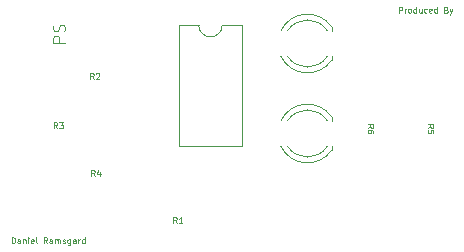
<source format=gbr>
%TF.GenerationSoftware,KiCad,Pcbnew,7.0.6-0*%
%TF.CreationDate,2023-08-03T16:52:38-04:00*%
%TF.ProjectId,Temp_Alarm,54656d70-5f41-46c6-9172-6d2e6b696361,rev?*%
%TF.SameCoordinates,Original*%
%TF.FileFunction,Legend,Top*%
%TF.FilePolarity,Positive*%
%FSLAX46Y46*%
G04 Gerber Fmt 4.6, Leading zero omitted, Abs format (unit mm)*
G04 Created by KiCad (PCBNEW 7.0.6-0) date 2023-08-03 16:52:38*
%MOMM*%
%LPD*%
G01*
G04 APERTURE LIST*
%ADD10C,0.125000*%
%ADD11C,0.100000*%
%ADD12C,0.120000*%
G04 APERTURE END LIST*
D10*
X142701283Y-113432309D02*
X142701283Y-112932309D01*
X142701283Y-112932309D02*
X142820331Y-112932309D01*
X142820331Y-112932309D02*
X142891759Y-112956119D01*
X142891759Y-112956119D02*
X142939378Y-113003738D01*
X142939378Y-113003738D02*
X142963188Y-113051357D01*
X142963188Y-113051357D02*
X142986997Y-113146595D01*
X142986997Y-113146595D02*
X142986997Y-113218023D01*
X142986997Y-113218023D02*
X142963188Y-113313261D01*
X142963188Y-113313261D02*
X142939378Y-113360880D01*
X142939378Y-113360880D02*
X142891759Y-113408500D01*
X142891759Y-113408500D02*
X142820331Y-113432309D01*
X142820331Y-113432309D02*
X142701283Y-113432309D01*
X143415569Y-113432309D02*
X143415569Y-113170404D01*
X143415569Y-113170404D02*
X143391759Y-113122785D01*
X143391759Y-113122785D02*
X143344140Y-113098976D01*
X143344140Y-113098976D02*
X143248902Y-113098976D01*
X143248902Y-113098976D02*
X143201283Y-113122785D01*
X143415569Y-113408500D02*
X143367950Y-113432309D01*
X143367950Y-113432309D02*
X143248902Y-113432309D01*
X143248902Y-113432309D02*
X143201283Y-113408500D01*
X143201283Y-113408500D02*
X143177474Y-113360880D01*
X143177474Y-113360880D02*
X143177474Y-113313261D01*
X143177474Y-113313261D02*
X143201283Y-113265642D01*
X143201283Y-113265642D02*
X143248902Y-113241833D01*
X143248902Y-113241833D02*
X143367950Y-113241833D01*
X143367950Y-113241833D02*
X143415569Y-113218023D01*
X143653664Y-113098976D02*
X143653664Y-113432309D01*
X143653664Y-113146595D02*
X143677474Y-113122785D01*
X143677474Y-113122785D02*
X143725093Y-113098976D01*
X143725093Y-113098976D02*
X143796521Y-113098976D01*
X143796521Y-113098976D02*
X143844140Y-113122785D01*
X143844140Y-113122785D02*
X143867950Y-113170404D01*
X143867950Y-113170404D02*
X143867950Y-113432309D01*
X144106045Y-113432309D02*
X144106045Y-113098976D01*
X144106045Y-112932309D02*
X144082236Y-112956119D01*
X144082236Y-112956119D02*
X144106045Y-112979928D01*
X144106045Y-112979928D02*
X144129855Y-112956119D01*
X144129855Y-112956119D02*
X144106045Y-112932309D01*
X144106045Y-112932309D02*
X144106045Y-112979928D01*
X144534616Y-113408500D02*
X144486997Y-113432309D01*
X144486997Y-113432309D02*
X144391759Y-113432309D01*
X144391759Y-113432309D02*
X144344140Y-113408500D01*
X144344140Y-113408500D02*
X144320331Y-113360880D01*
X144320331Y-113360880D02*
X144320331Y-113170404D01*
X144320331Y-113170404D02*
X144344140Y-113122785D01*
X144344140Y-113122785D02*
X144391759Y-113098976D01*
X144391759Y-113098976D02*
X144486997Y-113098976D01*
X144486997Y-113098976D02*
X144534616Y-113122785D01*
X144534616Y-113122785D02*
X144558426Y-113170404D01*
X144558426Y-113170404D02*
X144558426Y-113218023D01*
X144558426Y-113218023D02*
X144320331Y-113265642D01*
X144844140Y-113432309D02*
X144796521Y-113408500D01*
X144796521Y-113408500D02*
X144772711Y-113360880D01*
X144772711Y-113360880D02*
X144772711Y-112932309D01*
X145701282Y-113432309D02*
X145534616Y-113194214D01*
X145415568Y-113432309D02*
X145415568Y-112932309D01*
X145415568Y-112932309D02*
X145606044Y-112932309D01*
X145606044Y-112932309D02*
X145653663Y-112956119D01*
X145653663Y-112956119D02*
X145677473Y-112979928D01*
X145677473Y-112979928D02*
X145701282Y-113027547D01*
X145701282Y-113027547D02*
X145701282Y-113098976D01*
X145701282Y-113098976D02*
X145677473Y-113146595D01*
X145677473Y-113146595D02*
X145653663Y-113170404D01*
X145653663Y-113170404D02*
X145606044Y-113194214D01*
X145606044Y-113194214D02*
X145415568Y-113194214D01*
X146129854Y-113432309D02*
X146129854Y-113170404D01*
X146129854Y-113170404D02*
X146106044Y-113122785D01*
X146106044Y-113122785D02*
X146058425Y-113098976D01*
X146058425Y-113098976D02*
X145963187Y-113098976D01*
X145963187Y-113098976D02*
X145915568Y-113122785D01*
X146129854Y-113408500D02*
X146082235Y-113432309D01*
X146082235Y-113432309D02*
X145963187Y-113432309D01*
X145963187Y-113432309D02*
X145915568Y-113408500D01*
X145915568Y-113408500D02*
X145891759Y-113360880D01*
X145891759Y-113360880D02*
X145891759Y-113313261D01*
X145891759Y-113313261D02*
X145915568Y-113265642D01*
X145915568Y-113265642D02*
X145963187Y-113241833D01*
X145963187Y-113241833D02*
X146082235Y-113241833D01*
X146082235Y-113241833D02*
X146129854Y-113218023D01*
X146367949Y-113432309D02*
X146367949Y-113098976D01*
X146367949Y-113146595D02*
X146391759Y-113122785D01*
X146391759Y-113122785D02*
X146439378Y-113098976D01*
X146439378Y-113098976D02*
X146510806Y-113098976D01*
X146510806Y-113098976D02*
X146558425Y-113122785D01*
X146558425Y-113122785D02*
X146582235Y-113170404D01*
X146582235Y-113170404D02*
X146582235Y-113432309D01*
X146582235Y-113170404D02*
X146606044Y-113122785D01*
X146606044Y-113122785D02*
X146653663Y-113098976D01*
X146653663Y-113098976D02*
X146725092Y-113098976D01*
X146725092Y-113098976D02*
X146772711Y-113122785D01*
X146772711Y-113122785D02*
X146796521Y-113170404D01*
X146796521Y-113170404D02*
X146796521Y-113432309D01*
X147010807Y-113408500D02*
X147058426Y-113432309D01*
X147058426Y-113432309D02*
X147153664Y-113432309D01*
X147153664Y-113432309D02*
X147201283Y-113408500D01*
X147201283Y-113408500D02*
X147225092Y-113360880D01*
X147225092Y-113360880D02*
X147225092Y-113337071D01*
X147225092Y-113337071D02*
X147201283Y-113289452D01*
X147201283Y-113289452D02*
X147153664Y-113265642D01*
X147153664Y-113265642D02*
X147082235Y-113265642D01*
X147082235Y-113265642D02*
X147034616Y-113241833D01*
X147034616Y-113241833D02*
X147010807Y-113194214D01*
X147010807Y-113194214D02*
X147010807Y-113170404D01*
X147010807Y-113170404D02*
X147034616Y-113122785D01*
X147034616Y-113122785D02*
X147082235Y-113098976D01*
X147082235Y-113098976D02*
X147153664Y-113098976D01*
X147153664Y-113098976D02*
X147201283Y-113122785D01*
X147653664Y-113098976D02*
X147653664Y-113503738D01*
X147653664Y-113503738D02*
X147629854Y-113551357D01*
X147629854Y-113551357D02*
X147606045Y-113575166D01*
X147606045Y-113575166D02*
X147558426Y-113598976D01*
X147558426Y-113598976D02*
X147486997Y-113598976D01*
X147486997Y-113598976D02*
X147439378Y-113575166D01*
X147653664Y-113408500D02*
X147606045Y-113432309D01*
X147606045Y-113432309D02*
X147510807Y-113432309D01*
X147510807Y-113432309D02*
X147463188Y-113408500D01*
X147463188Y-113408500D02*
X147439378Y-113384690D01*
X147439378Y-113384690D02*
X147415569Y-113337071D01*
X147415569Y-113337071D02*
X147415569Y-113194214D01*
X147415569Y-113194214D02*
X147439378Y-113146595D01*
X147439378Y-113146595D02*
X147463188Y-113122785D01*
X147463188Y-113122785D02*
X147510807Y-113098976D01*
X147510807Y-113098976D02*
X147606045Y-113098976D01*
X147606045Y-113098976D02*
X147653664Y-113122785D01*
X148106045Y-113432309D02*
X148106045Y-113170404D01*
X148106045Y-113170404D02*
X148082235Y-113122785D01*
X148082235Y-113122785D02*
X148034616Y-113098976D01*
X148034616Y-113098976D02*
X147939378Y-113098976D01*
X147939378Y-113098976D02*
X147891759Y-113122785D01*
X148106045Y-113408500D02*
X148058426Y-113432309D01*
X148058426Y-113432309D02*
X147939378Y-113432309D01*
X147939378Y-113432309D02*
X147891759Y-113408500D01*
X147891759Y-113408500D02*
X147867950Y-113360880D01*
X147867950Y-113360880D02*
X147867950Y-113313261D01*
X147867950Y-113313261D02*
X147891759Y-113265642D01*
X147891759Y-113265642D02*
X147939378Y-113241833D01*
X147939378Y-113241833D02*
X148058426Y-113241833D01*
X148058426Y-113241833D02*
X148106045Y-113218023D01*
X148344140Y-113432309D02*
X148344140Y-113098976D01*
X148344140Y-113194214D02*
X148367950Y-113146595D01*
X148367950Y-113146595D02*
X148391759Y-113122785D01*
X148391759Y-113122785D02*
X148439378Y-113098976D01*
X148439378Y-113098976D02*
X148486997Y-113098976D01*
X148867950Y-113432309D02*
X148867950Y-112932309D01*
X148867950Y-113408500D02*
X148820331Y-113432309D01*
X148820331Y-113432309D02*
X148725093Y-113432309D01*
X148725093Y-113432309D02*
X148677474Y-113408500D01*
X148677474Y-113408500D02*
X148653664Y-113384690D01*
X148653664Y-113384690D02*
X148629855Y-113337071D01*
X148629855Y-113337071D02*
X148629855Y-113194214D01*
X148629855Y-113194214D02*
X148653664Y-113146595D01*
X148653664Y-113146595D02*
X148677474Y-113122785D01*
X148677474Y-113122785D02*
X148725093Y-113098976D01*
X148725093Y-113098976D02*
X148820331Y-113098976D01*
X148820331Y-113098976D02*
X148867950Y-113122785D01*
X175461283Y-93912309D02*
X175461283Y-93412309D01*
X175461283Y-93412309D02*
X175651759Y-93412309D01*
X175651759Y-93412309D02*
X175699378Y-93436119D01*
X175699378Y-93436119D02*
X175723188Y-93459928D01*
X175723188Y-93459928D02*
X175746997Y-93507547D01*
X175746997Y-93507547D02*
X175746997Y-93578976D01*
X175746997Y-93578976D02*
X175723188Y-93626595D01*
X175723188Y-93626595D02*
X175699378Y-93650404D01*
X175699378Y-93650404D02*
X175651759Y-93674214D01*
X175651759Y-93674214D02*
X175461283Y-93674214D01*
X175961283Y-93912309D02*
X175961283Y-93578976D01*
X175961283Y-93674214D02*
X175985093Y-93626595D01*
X175985093Y-93626595D02*
X176008902Y-93602785D01*
X176008902Y-93602785D02*
X176056521Y-93578976D01*
X176056521Y-93578976D02*
X176104140Y-93578976D01*
X176342236Y-93912309D02*
X176294617Y-93888500D01*
X176294617Y-93888500D02*
X176270807Y-93864690D01*
X176270807Y-93864690D02*
X176246998Y-93817071D01*
X176246998Y-93817071D02*
X176246998Y-93674214D01*
X176246998Y-93674214D02*
X176270807Y-93626595D01*
X176270807Y-93626595D02*
X176294617Y-93602785D01*
X176294617Y-93602785D02*
X176342236Y-93578976D01*
X176342236Y-93578976D02*
X176413664Y-93578976D01*
X176413664Y-93578976D02*
X176461283Y-93602785D01*
X176461283Y-93602785D02*
X176485093Y-93626595D01*
X176485093Y-93626595D02*
X176508902Y-93674214D01*
X176508902Y-93674214D02*
X176508902Y-93817071D01*
X176508902Y-93817071D02*
X176485093Y-93864690D01*
X176485093Y-93864690D02*
X176461283Y-93888500D01*
X176461283Y-93888500D02*
X176413664Y-93912309D01*
X176413664Y-93912309D02*
X176342236Y-93912309D01*
X176937474Y-93912309D02*
X176937474Y-93412309D01*
X176937474Y-93888500D02*
X176889855Y-93912309D01*
X176889855Y-93912309D02*
X176794617Y-93912309D01*
X176794617Y-93912309D02*
X176746998Y-93888500D01*
X176746998Y-93888500D02*
X176723188Y-93864690D01*
X176723188Y-93864690D02*
X176699379Y-93817071D01*
X176699379Y-93817071D02*
X176699379Y-93674214D01*
X176699379Y-93674214D02*
X176723188Y-93626595D01*
X176723188Y-93626595D02*
X176746998Y-93602785D01*
X176746998Y-93602785D02*
X176794617Y-93578976D01*
X176794617Y-93578976D02*
X176889855Y-93578976D01*
X176889855Y-93578976D02*
X176937474Y-93602785D01*
X177389855Y-93578976D02*
X177389855Y-93912309D01*
X177175569Y-93578976D02*
X177175569Y-93840880D01*
X177175569Y-93840880D02*
X177199379Y-93888500D01*
X177199379Y-93888500D02*
X177246998Y-93912309D01*
X177246998Y-93912309D02*
X177318426Y-93912309D01*
X177318426Y-93912309D02*
X177366045Y-93888500D01*
X177366045Y-93888500D02*
X177389855Y-93864690D01*
X177842236Y-93888500D02*
X177794617Y-93912309D01*
X177794617Y-93912309D02*
X177699379Y-93912309D01*
X177699379Y-93912309D02*
X177651760Y-93888500D01*
X177651760Y-93888500D02*
X177627950Y-93864690D01*
X177627950Y-93864690D02*
X177604141Y-93817071D01*
X177604141Y-93817071D02*
X177604141Y-93674214D01*
X177604141Y-93674214D02*
X177627950Y-93626595D01*
X177627950Y-93626595D02*
X177651760Y-93602785D01*
X177651760Y-93602785D02*
X177699379Y-93578976D01*
X177699379Y-93578976D02*
X177794617Y-93578976D01*
X177794617Y-93578976D02*
X177842236Y-93602785D01*
X178246997Y-93888500D02*
X178199378Y-93912309D01*
X178199378Y-93912309D02*
X178104140Y-93912309D01*
X178104140Y-93912309D02*
X178056521Y-93888500D01*
X178056521Y-93888500D02*
X178032712Y-93840880D01*
X178032712Y-93840880D02*
X178032712Y-93650404D01*
X178032712Y-93650404D02*
X178056521Y-93602785D01*
X178056521Y-93602785D02*
X178104140Y-93578976D01*
X178104140Y-93578976D02*
X178199378Y-93578976D01*
X178199378Y-93578976D02*
X178246997Y-93602785D01*
X178246997Y-93602785D02*
X178270807Y-93650404D01*
X178270807Y-93650404D02*
X178270807Y-93698023D01*
X178270807Y-93698023D02*
X178032712Y-93745642D01*
X178699378Y-93912309D02*
X178699378Y-93412309D01*
X178699378Y-93888500D02*
X178651759Y-93912309D01*
X178651759Y-93912309D02*
X178556521Y-93912309D01*
X178556521Y-93912309D02*
X178508902Y-93888500D01*
X178508902Y-93888500D02*
X178485092Y-93864690D01*
X178485092Y-93864690D02*
X178461283Y-93817071D01*
X178461283Y-93817071D02*
X178461283Y-93674214D01*
X178461283Y-93674214D02*
X178485092Y-93626595D01*
X178485092Y-93626595D02*
X178508902Y-93602785D01*
X178508902Y-93602785D02*
X178556521Y-93578976D01*
X178556521Y-93578976D02*
X178651759Y-93578976D01*
X178651759Y-93578976D02*
X178699378Y-93602785D01*
X179485092Y-93650404D02*
X179556520Y-93674214D01*
X179556520Y-93674214D02*
X179580330Y-93698023D01*
X179580330Y-93698023D02*
X179604139Y-93745642D01*
X179604139Y-93745642D02*
X179604139Y-93817071D01*
X179604139Y-93817071D02*
X179580330Y-93864690D01*
X179580330Y-93864690D02*
X179556520Y-93888500D01*
X179556520Y-93888500D02*
X179508901Y-93912309D01*
X179508901Y-93912309D02*
X179318425Y-93912309D01*
X179318425Y-93912309D02*
X179318425Y-93412309D01*
X179318425Y-93412309D02*
X179485092Y-93412309D01*
X179485092Y-93412309D02*
X179532711Y-93436119D01*
X179532711Y-93436119D02*
X179556520Y-93459928D01*
X179556520Y-93459928D02*
X179580330Y-93507547D01*
X179580330Y-93507547D02*
X179580330Y-93555166D01*
X179580330Y-93555166D02*
X179556520Y-93602785D01*
X179556520Y-93602785D02*
X179532711Y-93626595D01*
X179532711Y-93626595D02*
X179485092Y-93650404D01*
X179485092Y-93650404D02*
X179318425Y-93650404D01*
X179770806Y-93578976D02*
X179889854Y-93912309D01*
X180008901Y-93578976D02*
X179889854Y-93912309D01*
X179889854Y-93912309D02*
X179842235Y-94031357D01*
X179842235Y-94031357D02*
X179818425Y-94055166D01*
X179818425Y-94055166D02*
X179770806Y-94078976D01*
D11*
X149716666Y-107726109D02*
X149550000Y-107488014D01*
X149430952Y-107726109D02*
X149430952Y-107226109D01*
X149430952Y-107226109D02*
X149621428Y-107226109D01*
X149621428Y-107226109D02*
X149669047Y-107249919D01*
X149669047Y-107249919D02*
X149692857Y-107273728D01*
X149692857Y-107273728D02*
X149716666Y-107321347D01*
X149716666Y-107321347D02*
X149716666Y-107392776D01*
X149716666Y-107392776D02*
X149692857Y-107440395D01*
X149692857Y-107440395D02*
X149669047Y-107464204D01*
X149669047Y-107464204D02*
X149621428Y-107488014D01*
X149621428Y-107488014D02*
X149430952Y-107488014D01*
X150145238Y-107392776D02*
X150145238Y-107726109D01*
X150026190Y-107202300D02*
X149907143Y-107559442D01*
X149907143Y-107559442D02*
X150216666Y-107559442D01*
X147192419Y-96436115D02*
X146192419Y-96436115D01*
X146192419Y-96436115D02*
X146192419Y-96055163D01*
X146192419Y-96055163D02*
X146240038Y-95959925D01*
X146240038Y-95959925D02*
X146287657Y-95912306D01*
X146287657Y-95912306D02*
X146382895Y-95864687D01*
X146382895Y-95864687D02*
X146525752Y-95864687D01*
X146525752Y-95864687D02*
X146620990Y-95912306D01*
X146620990Y-95912306D02*
X146668609Y-95959925D01*
X146668609Y-95959925D02*
X146716228Y-96055163D01*
X146716228Y-96055163D02*
X146716228Y-96436115D01*
X147144800Y-95483734D02*
X147192419Y-95340877D01*
X147192419Y-95340877D02*
X147192419Y-95102782D01*
X147192419Y-95102782D02*
X147144800Y-95007544D01*
X147144800Y-95007544D02*
X147097180Y-94959925D01*
X147097180Y-94959925D02*
X147001942Y-94912306D01*
X147001942Y-94912306D02*
X146906704Y-94912306D01*
X146906704Y-94912306D02*
X146811466Y-94959925D01*
X146811466Y-94959925D02*
X146763847Y-95007544D01*
X146763847Y-95007544D02*
X146716228Y-95102782D01*
X146716228Y-95102782D02*
X146668609Y-95293258D01*
X146668609Y-95293258D02*
X146620990Y-95388496D01*
X146620990Y-95388496D02*
X146573371Y-95436115D01*
X146573371Y-95436115D02*
X146478133Y-95483734D01*
X146478133Y-95483734D02*
X146382895Y-95483734D01*
X146382895Y-95483734D02*
X146287657Y-95436115D01*
X146287657Y-95436115D02*
X146240038Y-95388496D01*
X146240038Y-95388496D02*
X146192419Y-95293258D01*
X146192419Y-95293258D02*
X146192419Y-95055163D01*
X146192419Y-95055163D02*
X146240038Y-94912306D01*
X172823890Y-103656666D02*
X173061985Y-103490000D01*
X172823890Y-103370952D02*
X173323890Y-103370952D01*
X173323890Y-103370952D02*
X173323890Y-103561428D01*
X173323890Y-103561428D02*
X173300080Y-103609047D01*
X173300080Y-103609047D02*
X173276271Y-103632857D01*
X173276271Y-103632857D02*
X173228652Y-103656666D01*
X173228652Y-103656666D02*
X173157223Y-103656666D01*
X173157223Y-103656666D02*
X173109604Y-103632857D01*
X173109604Y-103632857D02*
X173085795Y-103609047D01*
X173085795Y-103609047D02*
X173061985Y-103561428D01*
X173061985Y-103561428D02*
X173061985Y-103370952D01*
X173323890Y-104085238D02*
X173323890Y-103990000D01*
X173323890Y-103990000D02*
X173300080Y-103942381D01*
X173300080Y-103942381D02*
X173276271Y-103918571D01*
X173276271Y-103918571D02*
X173204842Y-103870952D01*
X173204842Y-103870952D02*
X173109604Y-103847143D01*
X173109604Y-103847143D02*
X172919128Y-103847143D01*
X172919128Y-103847143D02*
X172871509Y-103870952D01*
X172871509Y-103870952D02*
X172847700Y-103894762D01*
X172847700Y-103894762D02*
X172823890Y-103942381D01*
X172823890Y-103942381D02*
X172823890Y-104037619D01*
X172823890Y-104037619D02*
X172847700Y-104085238D01*
X172847700Y-104085238D02*
X172871509Y-104109047D01*
X172871509Y-104109047D02*
X172919128Y-104132857D01*
X172919128Y-104132857D02*
X173038176Y-104132857D01*
X173038176Y-104132857D02*
X173085795Y-104109047D01*
X173085795Y-104109047D02*
X173109604Y-104085238D01*
X173109604Y-104085238D02*
X173133414Y-104037619D01*
X173133414Y-104037619D02*
X173133414Y-103942381D01*
X173133414Y-103942381D02*
X173109604Y-103894762D01*
X173109604Y-103894762D02*
X173085795Y-103870952D01*
X173085795Y-103870952D02*
X173038176Y-103847143D01*
X177903890Y-103656666D02*
X178141985Y-103490000D01*
X177903890Y-103370952D02*
X178403890Y-103370952D01*
X178403890Y-103370952D02*
X178403890Y-103561428D01*
X178403890Y-103561428D02*
X178380080Y-103609047D01*
X178380080Y-103609047D02*
X178356271Y-103632857D01*
X178356271Y-103632857D02*
X178308652Y-103656666D01*
X178308652Y-103656666D02*
X178237223Y-103656666D01*
X178237223Y-103656666D02*
X178189604Y-103632857D01*
X178189604Y-103632857D02*
X178165795Y-103609047D01*
X178165795Y-103609047D02*
X178141985Y-103561428D01*
X178141985Y-103561428D02*
X178141985Y-103370952D01*
X178403890Y-104109047D02*
X178403890Y-103870952D01*
X178403890Y-103870952D02*
X178165795Y-103847143D01*
X178165795Y-103847143D02*
X178189604Y-103870952D01*
X178189604Y-103870952D02*
X178213414Y-103918571D01*
X178213414Y-103918571D02*
X178213414Y-104037619D01*
X178213414Y-104037619D02*
X178189604Y-104085238D01*
X178189604Y-104085238D02*
X178165795Y-104109047D01*
X178165795Y-104109047D02*
X178118176Y-104132857D01*
X178118176Y-104132857D02*
X177999128Y-104132857D01*
X177999128Y-104132857D02*
X177951509Y-104109047D01*
X177951509Y-104109047D02*
X177927700Y-104085238D01*
X177927700Y-104085238D02*
X177903890Y-104037619D01*
X177903890Y-104037619D02*
X177903890Y-103918571D01*
X177903890Y-103918571D02*
X177927700Y-103870952D01*
X177927700Y-103870952D02*
X177951509Y-103847143D01*
X146544666Y-103691109D02*
X146378000Y-103453014D01*
X146258952Y-103691109D02*
X146258952Y-103191109D01*
X146258952Y-103191109D02*
X146449428Y-103191109D01*
X146449428Y-103191109D02*
X146497047Y-103214919D01*
X146497047Y-103214919D02*
X146520857Y-103238728D01*
X146520857Y-103238728D02*
X146544666Y-103286347D01*
X146544666Y-103286347D02*
X146544666Y-103357776D01*
X146544666Y-103357776D02*
X146520857Y-103405395D01*
X146520857Y-103405395D02*
X146497047Y-103429204D01*
X146497047Y-103429204D02*
X146449428Y-103453014D01*
X146449428Y-103453014D02*
X146258952Y-103453014D01*
X146711333Y-103191109D02*
X147020857Y-103191109D01*
X147020857Y-103191109D02*
X146854190Y-103381585D01*
X146854190Y-103381585D02*
X146925619Y-103381585D01*
X146925619Y-103381585D02*
X146973238Y-103405395D01*
X146973238Y-103405395D02*
X146997047Y-103429204D01*
X146997047Y-103429204D02*
X147020857Y-103476823D01*
X147020857Y-103476823D02*
X147020857Y-103595871D01*
X147020857Y-103595871D02*
X146997047Y-103643490D01*
X146997047Y-103643490D02*
X146973238Y-103667300D01*
X146973238Y-103667300D02*
X146925619Y-103691109D01*
X146925619Y-103691109D02*
X146782762Y-103691109D01*
X146782762Y-103691109D02*
X146735143Y-103667300D01*
X146735143Y-103667300D02*
X146711333Y-103643490D01*
X149636666Y-99516109D02*
X149470000Y-99278014D01*
X149350952Y-99516109D02*
X149350952Y-99016109D01*
X149350952Y-99016109D02*
X149541428Y-99016109D01*
X149541428Y-99016109D02*
X149589047Y-99039919D01*
X149589047Y-99039919D02*
X149612857Y-99063728D01*
X149612857Y-99063728D02*
X149636666Y-99111347D01*
X149636666Y-99111347D02*
X149636666Y-99182776D01*
X149636666Y-99182776D02*
X149612857Y-99230395D01*
X149612857Y-99230395D02*
X149589047Y-99254204D01*
X149589047Y-99254204D02*
X149541428Y-99278014D01*
X149541428Y-99278014D02*
X149350952Y-99278014D01*
X149827143Y-99063728D02*
X149850952Y-99039919D01*
X149850952Y-99039919D02*
X149898571Y-99016109D01*
X149898571Y-99016109D02*
X150017619Y-99016109D01*
X150017619Y-99016109D02*
X150065238Y-99039919D01*
X150065238Y-99039919D02*
X150089047Y-99063728D01*
X150089047Y-99063728D02*
X150112857Y-99111347D01*
X150112857Y-99111347D02*
X150112857Y-99158966D01*
X150112857Y-99158966D02*
X150089047Y-99230395D01*
X150089047Y-99230395D02*
X149803333Y-99516109D01*
X149803333Y-99516109D02*
X150112857Y-99516109D01*
X156656666Y-111726109D02*
X156490000Y-111488014D01*
X156370952Y-111726109D02*
X156370952Y-111226109D01*
X156370952Y-111226109D02*
X156561428Y-111226109D01*
X156561428Y-111226109D02*
X156609047Y-111249919D01*
X156609047Y-111249919D02*
X156632857Y-111273728D01*
X156632857Y-111273728D02*
X156656666Y-111321347D01*
X156656666Y-111321347D02*
X156656666Y-111392776D01*
X156656666Y-111392776D02*
X156632857Y-111440395D01*
X156632857Y-111440395D02*
X156609047Y-111464204D01*
X156609047Y-111464204D02*
X156561428Y-111488014D01*
X156561428Y-111488014D02*
X156370952Y-111488014D01*
X157132857Y-111726109D02*
X156847143Y-111726109D01*
X156990000Y-111726109D02*
X156990000Y-111226109D01*
X156990000Y-111226109D02*
X156942381Y-111297538D01*
X156942381Y-111297538D02*
X156894762Y-111345157D01*
X156894762Y-111345157D02*
X156847143Y-111368966D01*
D12*
%TO.C,U1*%
X162170000Y-94940000D02*
X160520000Y-94940000D01*
X156870000Y-94940000D02*
X156870000Y-105220000D01*
X162170000Y-105220000D02*
X162170000Y-94940000D01*
X158520000Y-94940000D02*
X156870000Y-94940000D01*
X156870000Y-105220000D02*
X162170000Y-105220000D01*
X158520000Y-94940000D02*
G75*
G03*
X160520000Y-94940000I1000000J0D01*
G01*
%TO.C,D2*%
X169790000Y-97919000D02*
X169790000Y-97600000D01*
X169790000Y-95440000D02*
X169790000Y-95121000D01*
X166047288Y-97600960D02*
G75*
G03*
X169413329Y-97599999I1682712J1080960D01*
G01*
X165486759Y-97600724D02*
G75*
G03*
X169789999Y-97918749I2243241J1080724D01*
G01*
X169413329Y-95440001D02*
G75*
G03*
X166047288Y-95439040I-1683329J-1079999D01*
G01*
X169789999Y-95121251D02*
G75*
G03*
X165486759Y-95439276I-2059999J-1398749D01*
G01*
%TO.C,D1*%
X169790000Y-105539000D02*
X169790000Y-105220000D01*
X169790000Y-103060000D02*
X169790000Y-102741000D01*
X166047288Y-105220960D02*
G75*
G03*
X169413329Y-105219999I1682712J1080960D01*
G01*
X165486759Y-105220724D02*
G75*
G03*
X169789999Y-105538749I2243241J1080724D01*
G01*
X169413329Y-103060001D02*
G75*
G03*
X166047288Y-103059040I-1683329J-1079999D01*
G01*
X169789999Y-102741251D02*
G75*
G03*
X165486759Y-103059276I-2059999J-1398749D01*
G01*
%TD*%
M02*

</source>
